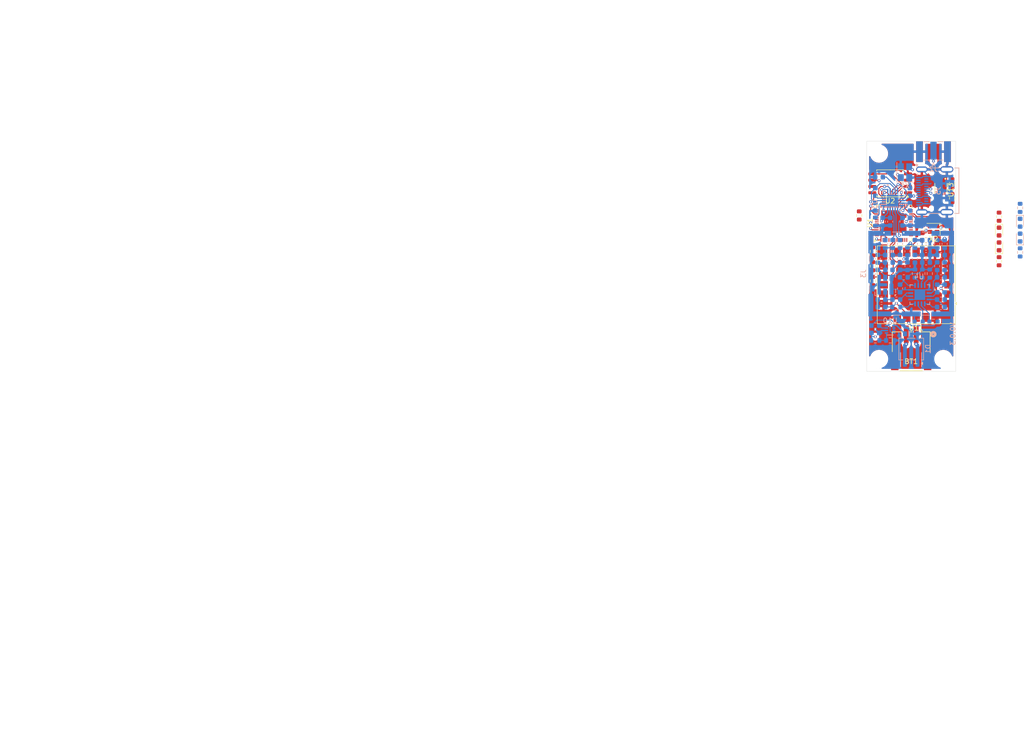
<source format=kicad_pcb>
(kicad_pcb (version 20240108) (generator "pcbnew") (generator_version "8.0")
  (title_block (title "Pointer") (date "2024-05-28") (rev "V0.0.3") (company "Mines Rocket Club") (comment 1 "Andrew Wu"))
  (layers (0 "F.Cu" signal) (1 "In1.Cu" signal) (2 "In2.Cu" signal) (31 "B.Cu" signal) (34 "B.Paste" user) (35 "F.Paste" user) (36 "B.SilkS" user "B.Silkscreen") (37 "F.SilkS" user "F.Silkscreen") (38 "B.Mask" user) (39 "F.Mask" user) (44 "Edge.Cuts" user))
  (net 0 "")
  (net 1 "VCC_{CC1190}")
  (net 2 "VCC")
  (net 3 "PA_OUT")
  (net 4 "Net-(C21-Pad1)")
  (net 5 "TR_SW")
  (net 6 "Net-(C22-Pad1)")
  (net 7 "Net-(C25-Pad2)")
  (net 8 "LNA_IN")
  (net 9 "XOSC_Q1")
  (net 10 "XOSC_Q2")
  (net 11 "Net-(C121-Pad1)")
  (net 12 "Net-(C121-Pad2)")
  (net 13 "Net-(C122-Pad1)")
  (net 14 "Net-(U13-~{EN})")
  (net 15 "Net-(C124-Pad1)")
  (net 16 "Net-(U3-DCOUPL)")
  (net 17 "VCC_LNA")
  (net 18 "LNA_OUT")
  (net 19 "RF_P")
  (net 20 "RF_N")
  (net 21 "VCC_PA2")
  (net 22 "VCC_PA1")
  (net 25 "GND")
  (net 28 "Net-(U13-~{ACK})")
  (net 29 "Net-(U1-GPIO0)")
  (net 33 "Net-(U1-GPIO46)")
  (net 34 "Net-(U1-GPIO45)")
  (net 38 "/Transmitter/RF_OUT")
  (net 39 "USB_D-")
  (net 40 "USB_D+")
  (net 41 "VCC_{CC1101}")
  (net 48 "/BT-")
  (net 49 "/BT+")
  (net 50 "V_{B}")
  (net 51 "Net-(U10-SW)")
  (net 52 "Net-(U10-FB)")
  (net 53 "Net-(U5-OUT)")
  (net 54 "Net-(U5-IN)")
  (net 55 "Net-(U4-BIAS)")
  (net 56 "Net-(U3-RBIAS)")
  (net 61 "~{CS}_{RF}")
  (net 65 "~{CS}_{FLASH}")
  (net 70 "SDO1")
  (net 71 "SCLK1")
  (net 72 "SDI1")
  (net 77 "USB_ID")
  (net 82 "SDO3")
  (net 83 "SCLK3")
  (net 84 "SDI3")
  (net 85 "XTAL_P")
  (net 86 "XTAL_N")
  (net 93 "SDA1")
  (net 94 "SCL1")
  (net 97 "Net-(D2-K)")
  (net 98 "LED1")
  (net 99 "Net-(D3-K)")
  (net 100 "LED2")
  (net 101 "LED3")
  (net 102 "Net-(D4-K)")
  (net 103 "LED4")
  (net 104 "Net-(D5-K)")
  (net 113 "PA_EN")
  (net 114 "LNA_EN")
  (net 115 "HGM")
  (footprint "Resistor_SMD:R_0603_1608Metric" (layer "F.Cu") (at 217.25 65 90)
    (property "Reference" "R1" (hide yes))
    (property "Value" "10k" (hide yes))
  )
  (footprint "Package_SO:SOIC-8_5.23x5.23mm_P1.27mm" (layer "F.Cu") (at 204.75 62 180)
    (property "Reference" "U2")
    (property "Value" "W25Q128JVS" (hide yes))
  )
  (footprint "Crystal:Crystal_SMD_2016-4Pin_2.0x1.6mm" (layer "F.Cu") (at 213.5 71.25 180)
    (property "Reference" "X2")
    (property "Value" "XRCGB40M000F1S2GR0" (hide yes))
  )
  (footprint "locals_but_working_PLEASE:TPD4S014DSQR" (layer "F.Cu") (at 215 63 -90)
    (property "Reference" "U13")
    (property "Value" "TPD4S014DSQR")
  )
  (footprint "LED_SMD:LED_0603_1608Metric" (layer "F.Cu") (at 226.75 71.75 -90)
    (property "Reference" "D2" (hide yes))
    (property "Value" "LED" (hide yes))
  )
  (footprint "Package_DFN_QFN:QFN-56-1EP_7x7mm_P0.4mm_EP4x4mm" (layer "F.Cu") (at 205.5 70 90)
    (property "Reference" "U1")
    (property "Value" "ESP32-S2FH4")
  )
  (footprint "Resistor_SMD:R_0603_1608Metric" (layer "F.Cu") (at 226.75 68.75 -90)
    (property "Reference" "R14" (hide yes))
    (property "Value" "1k" (hide yes))
  )
  (footprint "Resistor_SMD:R_0603_1608Metric" (layer "F.Cu") (at 201.25 78.75 -90)
    (property "Reference" "R10" (hide yes))
    (property "Value" "10k" (hide yes))
  )
  (footprint "Resistor_SMD:R_0603_1608Metric" (layer "F.Cu") (at 217.25 62 -90)
    (property "Reference" "R4" (hide yes))
    (property "Value" "10k" (hide yes))
  )
  (footprint "Resistor_SMD:R_0603_1608Metric" (layer "F.Cu") (at 226.75 77.75 90)
    (property "Reference" "R15" (hide yes))
    (property "Value" "1k" (hide yes))
  )
  (footprint "RF_GPS:ublox_SAM-M8Q" (layer "F.Cu") (at 210 82.5 180)
    (property "Reference" "U11")
    (property "Value" "SAM-M8Q")
  )
  (footprint "MountingHole:MountingHole_3.2mm_M3" (layer "F.Cu") (at 215.5 97.5)
    (property "Reference" "H2" (hide yes))
    (property "Value" "MountingHole" (hide yes))
  )
  (footprint "MountingHole:MountingHole_3.2mm_M3" (layer "F.Cu") (at 202.5 97.5)
    (property "Reference" "H1" (hide yes))
    (property "Value" "MountingHole" (hide yes))
  )
  (footprint "Capacitor_SMD:C_0603_1608Metric" (layer "F.Cu") (at 211.25 71.25 -90)
    (property "Reference" "C14" (hide yes))
    (property "Value" "???" (hide yes))
  )
  (footprint "locals_but_working_PLEASE:CONN2_1775469-2_TEC" (layer "F.Cu") (at 209 100 180)
    (property "Reference" "BT1")
    (property "Value" "Battery_Cell" (hide yes))
  )
  (footprint "Capacitor_SMD:C_0603_1608Metric" (layer "F.Cu") (at 215.75 71.25 -90)
    (property "Reference" "C13" (hide yes))
    (property "Value" "???" (hide yes))
  )
  (footprint "Resistor_SMD:R_0603_1608Metric" (layer "F.Cu") (at 201.25 81.75 90)
    (property "Reference" "R19" (hide yes))
    (property "Value" "10k" (hide yes))
  )
  (footprint "MountingHole:MountingHole_3.2mm_M3" (layer "F.Cu") (at 202.5 56)
    (property "Reference" "H3" (hide yes))
    (property "Value" "MountingHole" (hide yes))
  )
  (footprint "Resistor_SMD:R_0603_1608Metric" (layer "F.Cu") (at 201.25 75.75 -90)
    (property "Reference" "R13" (hide yes))
    (property "Value" "10k" (hide yes))
  )
  (footprint "Resistor_SMD:R_0603_1608Metric" (layer "F.Cu") (at 198.5 68.5 90)
    (property "Reference" "R12" (hide yes))
    (property "Value" "10k" (hide yes))
  )
  (footprint "LED_SMD:LED_0603_1608Metric" (layer "F.Cu") (at 226.75 74.75 90)
    (property "Reference" "D3" (hide yes))
    (property "Value" "LED" (hide yes))
  )
  (footprint "Resistor_SMD:R_0603_1608Metric" (layer "F.Cu") (at 212 73.5 180)
    (property "Reference" "R18" (hide yes))
    (property "Value" "10k" (hide yes))
  )
  (footprint "Capacitor_SMD:C_0603_1608Metric" (layer "B.Cu") (at 206 79.5)
    (property "Reference" "C124" (hide yes))
    (property "Value" "100p" (hide yes))
  )
  (footprint "Capacitor_SMD:C_0603_1608Metric" (layer "B.Cu") (at 215 81 180)
    (property "Reference" "C21" (hide yes))
    (property "Value" "47p" (hide yes))
  )
  (footprint "Capacitor_SMD:C_0603_1608Metric" (layer "B.Cu") (at 206.75 83.25 90)
    (property "Reference" "C132" (hide yes))
    (property "Value" "15p" (hide yes))
  )
  (footprint "Resistor_SMD:R_0603_1608Metric" (layer "B.Cu") (at 231 66.9625 -90)
    (property "Reference" "R16" (hide yes))
    (property "Value" "1k" (hide yes))
  )
  (footprint "Capacitor_SMD:C_0603_1608Metric" (layer "B.Cu") (at 203 87)
    (property "Reference" "C3" (hide yes))
    (property "Value" "220p" (hide yes))
  )
  (footprint "Resistor_SMD:R_0603_1608Metric" (layer "B.Cu") (at 212.75 80.25 -90)
    (property "Reference" "R161" (hide yes))
    (property "Value" "10" (hide yes))
  )
  (footprint "Inductor_SMD:L_0603_1608Metric" (layer "B.Cu") (at 215.75 83.25 90)
    (property "Reference" "L22" (hide yes))
    (property "Value" "7.5n" (hide yes))
  )
  (footprint "Capacitor_SMD:C_0603_1608Metric" (layer "B.Cu") (at 208.25 78.75 -90)
    (property "Reference" "C1" (hide yes))
    (property "Value" "1u" (hide yes))
  )
  (footprint "Capacitor_SMD:C_0603_1608Metric" (layer "B.Cu") (at 212 73.5 180)
    (property "Reference" "C2" (hide yes))
    (property "Value" "10u" (hide yes))
  )
  (footprint "Capacitor_SMD:C_0603_1608Metric" (layer "B.Cu") (at 212 75 180)
    (property "Reference" "C30" (hide yes))
    (property "Value" "1u" (hide yes))
  )
  (footprint "Resistor_SMD:R_0603_1608Metric" (layer "B.Cu") (at 211.25 80.25 -90)
    (property "Reference" "R151" (hide yes))
    (property "Value" "47" (hide yes))
  )
  (footprint "Capacitor_SMD:C_0603_1608Metric" (layer "B.Cu") (at 201.75 63.75 90)
    (property "Reference" "C41" (hide yes))
    (property "Value" "100n" (hide yes))
  )
  (footprint "Capacitor_SMD:C_0603_1608Metric" (layer "B.Cu") (at 203 79.5)
    (property "Reference" "C123" (hide yes))
    (property "Value" "47p" (hide yes))
  )
  (footprint "Inductor_SMD:L_0603_1608Metric" (layer "B.Cu") (at 201.75 90.75 180)
    (property "Reference" "L3" (hide yes))
    (property "Value" "0.47u" (hide yes))
  )
  (footprint "Filter:Filter_SAW-6_3.8x3.8mm" (layer "B.Cu") (at 203.75 82.5 90)
    (property "Reference" "U5" (hide yes))
    (property "Value" "B39921B3728U410")
  )
  (footprint "Connector_Coaxial:SMA_Samtec_SMA-J-P-X-ST-EM1_EdgeMount" (layer "B.Cu") (at 213.5 55.6)
    (property "Reference" "J2")
    (property "Value" "Conn_Coaxial" (hide yes))
  )
  (footprint "locals_but_working_PLEASE:CC1190RGVR" (layer "B.Cu") (at 210.75 84.5 180)
    (property "Reference" "U4")
    (property "Value" "CC1190RGVR")
  )
  (footprint "Capacitor_SMD:C_0603_1608Metric" (layer "B.Cu") (at 214.25 83.25 90)
    (property "Reference" "C24" (hide yes))
    (property "Value" "3.3p" (hide yes))
  )
  (footprint "RF_Shielding:Laird_Technologies_BMI-S-202-F_16.50x16.50mm" (layer "B.Cu") (at 209 80.25 -90)
    (property "Reference" "J3")
    (property "Value" "BMI-S-202-F")
  )
  (footprint "Capacitor_SMD:C_0603_1608Metric" (layer "B.Cu") (at 215 85.5 180)
    (property "Reference" "C22" (hide yes))
    (property "Value" "12p" (hide yes))
  )
  (footprint "Resistor_SMD:R_0603_1608Metric" (layer "B.Cu") (at 210.5 90 180)
    (property "Reference" "R71" (hide yes))
    (property "Value" "10k" (hide yes))
  )
  (footprint "Capacitor_SMD:C_0603_1608Metric" (layer "B.Cu") (at 202.5 60.75)
    (property "Reference" "C51" (hide yes))
    (property "Value" "100n" (hide yes))
  )
  (footprint "Package_TO_SOT_SMD:TO-269AA" (layer "B.Cu") (at 209 95.5 90)
    (property "Reference" "D1")
    (property "Value" "MB6S")
  )
  (footprint "Resistor_SMD:R_0603_1608Metric" (layer "B.Cu") (at 201.75 69.75 90)
    (property "Reference" "R171" (hide yes))
    (property "Value" "56k" (hide yes))
  )
  (footprint "Resistor_SMD:R_0603_1608Metric" (layer "B.Cu") (at 206 87 180)
    (property "Reference" "R81" (hide yes))
    (property "Value" "10k" (hide yes))
  )
  (footprint "Resistor_SMD:R_0603_1608Metric" (layer "B.Cu") (at 201.75 93.75)
    (property "Reference" "R2" (hide yes))
    (property "Value" "5.36k" (hide yes))
  )
  (footprint "Capacitor_SMD:C_0603_1608Metric" (layer "B.Cu") (at 209.75 77.25 90)
    (property "Reference" "C161" (hide yes))
    (property "Value" "27p" (hide yes))
  )
  (footprint "Capacitor_SMD:C_0603_1608Metric" (layer "B.Cu") (at 204.5 78)
    (property "Reference" "C122" (hide yes))
    (property "Value" "1.5p" (hide yes))
  )
  (footprint "Capacitor_SMD:C_0603_1608Metric" (layer "B.Cu") (at 208.75 69.75 90)
    (property "Reference" "C101" (hide yes))
    (property "Value" "15p" (hide yes))
  )
  (footprint "Inductor_SMD:L_0603_1608Metric" (layer "B.Cu") (at 206.75 74.25 -90)
    (property "Reference" "L121" (hide yes))
    (property "Value" "12n" (hide yes))
  )
  (footprint "Inductor_SMD:L_0603_1608Metric" (layer "B.Cu") (at 202.25 77.25 90)
    (property "Reference" "L132" (hide yes))
    (property "Value" "18n" (hide yes))
  )
  (footprint "Capacitor_SMD:C_0603_1608Metric" (layer "B.Cu") (at 203.25 69.75 90)
    (property "Reference" "C151" (hide yes))
    (property "Value" "100n" (hide yes))
  )
  (footprint "Capacitor_SMD:C_0603_1608Metric" (layer "B.Cu") (at 212 78 180)
    (property "Reference" "C27" (hide yes))
    (property "Value" "1n" (hide yes))
  )
  (footprint "locals_but_working_PLEASE:CONN_R41-B583A_MIT" (layer "B.Cu") (at 214.42 63.5 -90)
    (property "Reference" "J5")
    (property "Value" "R41-B583A")
  )
  (footprint "Crystal:Crystal_SMD_3225-4Pin_3.2x2.5mm" (layer "B.Cu") (at 207.75 59.75 90)
    (property "Reference" "X1")
    (property "Value" "STDCRG2-27M" (hide yes))
  )
  (footprint "Inductor_SMD:L_0603_1608Metric" (layer "B.Cu") (at 215.75 74.25 -90)
    (property "Reference" "L24" (hide yes))
    (property "Value" "9.1n" (hide yes))
  )
  (footprint "Capacitor_SMD:C_0603_1608Metric" (layer "B.Cu") (at 208.75 66.75 90)
    (property "Reference" "C91" (hide yes))
    (property "Value" "100n" (hide yes))
  )
  (footprint "Capacitor_SMD:C_0603_1608Metric" (layer "B.Cu") (at 215 76.5)
    (property "Reference" "C25" (hide yes))
    (property "Value" "7.5p" (hide yes))
  )
  (footprint "Capacitor_SMD:C_0603_1608Metric" (layer "B.Cu") (at 212 76.5 180)
    (property "Reference" "C26" (hide yes))
    (property "Value" "47p" (hide yes))
  )
  (footprint "Capacitor_SMD:C_0603_1608Metric" (layer "B.Cu") (at 208.75 63.75 90)
    (property "Reference" "C81" (hide yes))
    (property "Value" "12p" (hide yes))
  )
  (footprint "Inductor_SMD:L_0603_1608Metric" (layer "B.Cu") (at 206.75 77.25 -90)
    (property "Reference" "L122" (hide yes))
    (property "Value" "18n" (hide yes))
  )
  (footprint "Capacitor_SMD:C_0603_1608Metric" (layer "B.Cu") (at 215 87 180)
    (property "Reference" "C52" (hide yes))
    (property "Value" "12p" (hide yes))
  )
  (footprint "Capacitor_SMD:C_0603_1608Metric" (layer "B.Cu") (at 201.75 66.75 90)
    (property "Reference" "C181" (hide yes))
    (property "Value" "100n" (hide yes))
  )
  (footprint "Capacitor_SMD:C_0603_1608Metric" (layer "B.Cu") (at 204.5 76.5 180)
    (property "Reference" "C121" (hide yes))
    (property "Value" "1p" (hide yes))
  )
  (footprint "Resistor_SMD:R_0603_1608Metric" (layer "B.Cu") (at 209.75 80.25 -90)
    (property "Reference" "R141" (hide yes))
    (property "Value" "3.3k" (hide yes))
  )
  (footprint "Capacitor_SMD:C_0603_1608Metric" (layer "B.Cu") (at 201.75 92.25)
    (property "Reference" "C4" (hide yes))
    (property "Value" "10u" (hide yes))
  )
  (footprint "LED_SMD:LED_0603_1608Metric" (layer "B.Cu") (at 231 69.9625 -90)
    (property "Reference" "D4" (hide yes))
    (property "Value" "LED" (hide yes))
  )
  (footprint "Package_TO_SOT_SMD:SOT-583-8" (layer "B.Cu") (at 204.75 91.5 180)
    (property "Reference" "U10")
    (property "Value" "TPS61033DRLR")
  )
  (footprint "Inductor_SMD:L_0603_1608Metric" (layer "B.Cu") (at 207.5 81 180)
    (property "Reference" "L130" (hide yes))
    (property "Value" "1.5n" (hide yes))
  )
  (footprint "Capacitor_SMD:C_0603_1608Metric" (layer "B.Cu") (at 207.25 69.75 90)
    (property "Reference" "C111" (hide yes))
    (property "Value" "100n" (hide yes))
  )
  (footprint "Inductor_SMD:L_0603_1608Metric" (layer "B.Cu") (at 215.75 78.75 -90)
    (property "Reference" "L23" (hide yes))
    (property "Value" "2.9n" (hide yes))
  )
  (footprint "Capacitor_SMD:C_0603_1608Metric" (layer "B.Cu") (at 203.75 74.25 -90)
    (property "Reference" "C131" (hide yes))
    (property "Value" "1.5p" (hide yes))
  )
  (footprint "LED_SMD:LED_0603_1608Metric" (layer "B.Cu") (at 231 72.9625 90)
    (property "Reference" "D5" (hide yes))
    (property "Value" "LED" (hide yes))
  )
  (footprint "Inductor_SMD:L_0603_1608Metric" (layer "B.Cu") (at 214.25 78.75 -90)
    (property "Reference" "L21" (hide yes))
    (property "Value" "22n" (hide yes))
  )
  (footprint "Inductor_SMD:L_0603_1608Metric" (layer "B.Cu") (at 205.25 74.25 90)
    (property "Reference" "L131" (hide yes))
    (property "Value" "12n" (hide yes))
  )
  (footprint "Capacitor_SMD:C_0603_1608Metric" (layer "B.Cu") (at 204.75 69.75 90)
    (property "Reference" "C141" (hide yes))
    (property "Value" "100n" (hide yes))
  )
  (footprint "Resistor_SMD:R_0603_1608Metric" (layer "B.Cu") (at 213.5 90)
    (property "Reference" "R61" (hide yes))
    (property "Value" "10k" (hide yes))
  )
  (footprint "Resistor_SMD:R_0603_1608Metric" (layer "B.Cu") (at 204.75 93.75)
    (property "Reference" "R3" (hide yes))
    (property "Value" "1.2k" (hide yes))
  )
  (footprint "Resistor_SMD:R_0603_1608Metric" (layer "B.Cu") (at 231 75.9625 90)
    (property "Reference" "R17" (hide yes))
    (property "Value" "1k" (hide yes))
  )
  (footprint "Inductor_SMD:L_0603_1608Metric" (layer "B.Cu") (at 209.75 74.25 90)
    (property "Reference" "L2" (hide yes))
    (property "Value" "11n" (hide yes))
  )
  (footprint "Capacitor_SMD:C_0603_1608Metric" (layer "B.Cu") (at 214.25 74.25 90)
    (property "Reference" "C28" (hide yes))
    (property "Value" "???" (hide yes))
  )
  (footprint "Capacitor_SMD:C_0603_1608Metric" (layer "B.Cu") (at 203 85.5)
    (property "Reference" "C125" (hide yes))
    (property "Value" "0.8p" (hide yes))
  )
  (footprint "Inductor_SMD:L_0603_1608Metric" (layer "B.Cu") (at 206 85.5)
    (property "Reference" "L25" (hide yes))
    (property "Value" "10n" (hide yes))
  )
  (footprint "Inductor_SMD:L_0603_1608Metric" (layer "B.Cu") (at 208.25 75.75 -90)
    (property "Reference" "L1" (hide yes))
    (property "Value" "1k" (hide yes))
  )
  (footprint "locals_but_working_PLEASE:CC1101RGPR" (layer "B.Cu") (at 205.25 65.5 -90)
    (property "Reference" "U3")
    (property "Value" "CC1101RGPR")
  )
  (gr_rect (start 200 53.5) (end 218 100) (stroke (width 0.05)) (fill none) (layer "Edge.Cuts"))
  (gr_text "${REVISION}" (at 218 90 90) (layer "B.SilkS") (effects (font (size 1 1)) (justify left bottom mirror)))
  (segment (start 209.7875 73.5) (end 209.75 73.4625) (width 0.5) (layer "B.Cu") (net 1))
  (segment (start 214.25 78) (end 214.25 77.9625) (width 0.2) (layer "B.Cu") (net 1))
  (segment (start 212.75 79.425) (end 212.825 79.425) (width 0.2) (layer "B.Cu") (net 1))
  (segment (start 211.225 73.5) (end 209.7875 73.5) (width 0.5) (layer "B.Cu") (net 1))
  (segment (start 211.25 78.025) (end 211.225 78) (width 0.5) (layer "B.Cu") (net 1))
  (segment (start 211.25 79.425) (end 210.425 80.25) (width 0.2) (layer "B.Cu") (net 1))
  (segment (start 211.25 79.425) (end 212.75 79.425) (width 0.2) (layer "B.Cu") (net 1))
  (segment (start 211.25 79.425) (end 211.25 78.025) (width 0.5) (layer "B.Cu") (net 1))
  (segment (start 209.0375 80.25) (end 208.2875 81) (width 0.2) (layer "B.Cu") (net 1))
  (segment (start 212.825 79.425) (end 214.25 78) (width 0.2) (layer "B.Cu") (net 1))
  (segment (start 211.225 73.5) (end 211.225 75) (width 0.2) (layer "B.Cu") (net 1))
  (segment (start 211.225 75) (end 211.225 76.5) (width 0.5) (layer "B.Cu") (net 1))
  (segment (start 211.225 76.5) (end 211.225 78) (width 0.5) (layer "B.Cu") (net 1))
  (segment (start 211.225 76.5) (end 209.775 76.5) (width 0.2) (layer "B.Cu") (net 1))
  (segment (start 209.775 76.5) (end 209.75 76.475) (width 0.2) (layer "B.Cu") (net 1))
  (segment (start 210.425 80.25) (end 209.0375 80.25) (width 0.2) (layer "B.Cu") (net 1))
  (segment (start 201.4 65.998529) (end 201.4 64.155) (width 0.2) (layer "F.Cu") (net 2))
  (segment (start 200.799242 66.597771) (end 200.800758 66.597771) (width 0.2) (layer "F.Cu") (net 2))
  (segment (start 201.4 64.155) (end 201.15 63.905) (width 0.2) (layer "F.Cu") (net 2))
  (segment (start 202.9 73.45) (end 202.2 73.45) (width 0.2) (layer "F.Cu") (net 2))
  (segment (start 216.15 84.4) (end 215 83.25) (width 0.2) (layer "F.Cu") (net 2))
  (segment (start 204.1 73.05) (end 204.1 73.45) (width 0.2) (layer "F.Cu") (net 2))
  (segment (start 202.2 73.45) (end 202 73.25) (width 0.2) (layer "F.Cu") (net 2))
  (segment (start 203.7 73.45) (end 203.7 73.05) (width 0.2) (layer "F.Cu") (net 2))
  (segment (start 207.7 67.04636) (end 208.45364 67.8) (width 0.2) (layer "F.Cu") (net 2))
  (segment (start 202.9 72.75) (end 202.9 72.5) (width 0.2) (layer "F.Cu") (net 2))
  (segment (start 208.1 89.1) (end 208.1 89.847397) (width 0.2) (layer "F.Cu") (net 2))
  (segment (start 202.546361 71.8) (end 202.05 71.8) (width 0.2) (layer "F.Cu") (net 2))
  (segment (start 202.54636 70.6) (end 202.75 70.80364) (width 0.2) (layer "F.Cu") (net 2))
  (segment (start 202.75 70.80364) (end 202.75 71.596361) (width 0.2) (layer "F.Cu") (net 2))
  (segment (start 207.7 66.550001) (end 207.7 67.04636) (width 0.2) (layer "F.Cu") (net 2))
  (segment (start 216.6 82.5) (end 215.75 82.5) (width 0.2) (layer "F.Cu") (net 2))
  (segment (start 203.9 72.85) (end 204.1 73.05) (width 0.2) (layer "F.Cu") (net 2))
  (segment (start 208.1 89.847397) (end 208.500024 90.247421) (width 0.2) (layer "F.Cu") (net 2))
  (segment (start 202.9 72.5) (end 202.9 72.153639) (width 0.2) (layer "F.Cu") (net 2))
  (segment (start 203.65 72.6) (end 203.9 72.85) (width 0.2) (layer "F.Cu") (net 2))
  (segment (start 200.799242 66.597771) (end 200.799242 67.445602) (width 0.2) (layer "F.Cu") (net 2))
  (segment (start 203.7 73.05) (end 203.9 72.85) (width 0.2) (layer "F.Cu") (net 2))
  (segment (start 208.1 89.1) (end 208.1 88.35) (width 0.2) (layer "F.Cu") (net 2))
  (segment (start 200.799242 67.445602) (end 201.55364 68.2) (width 0.2) (layer "F.Cu") (net 2))
  (segment (start 208.45364 67.8) (end 208.949999 67.8) (width 0.2) (layer "F.Cu") (net 2))
  (segment (start 200.800758 66.597771) (end 201.4 65.998529) (width 0.2) (layer "F.Cu") (net 2))
  (segment (start 203 72.6) (end 203.65 72.6) (width 0.2) (layer "F.Cu") (net 2))
  (segment (start 216.6 84.4) (end 216.15 84.4) (width 0.2) (layer "F.Cu") (net 2))
  (segment (start 208.1 88.35) (end 206 86.25) (width 0.2) (layer "F.Cu") (net 2))
  (segment (start 202.9 72.153639) (end 202.546361 71.8) (width 0.2) (layer "F.Cu") (net 2))
  (segment (start 202.9 73.45) (end 202.9 72.75) (width 0.2) (layer "F.Cu") (net 2))
  (segment (start 215.75 82.5) (end 215 83.25) (width 0.2) (layer "F.Cu") (net 2))
  (segment (start 201.55364 68.2) (end 202.05 68.2) (width 0.2) (layer "F.Cu") (net 2))
  (segment (start 202.050001 70.6) (end 202.54636 70.6) (width 0.2) (layer "F.Cu") (net 2))
  (segment (start 202.75 71.596361) (end 202.546361 71.8) (width 0.2) (layer "F.Cu") (net 2))
  (via (at 201.75 93) (size 0.6) (drill 0.3) (layers "F.Cu" "B.Cu") (net 2))
  (via (at 200.799242 66.597771) (size 0.6) (drill 0.3) (layers "F.Cu" "B.Cu") (net 2))
  (via (at 215 83.25) (size 0.6) (drill 0.3) (layers "F.Cu" "B.Cu") (net 2))
  (via (at 206 86.25) (size 0.6) (drill 0.3) (layers "F.Cu" "B.Cu") (net 2))
  (via (at 202 73.25) (size 0.6) (drill 0.3) (layers "F.Cu" "B.Cu") (net 2))
  (via (at 208.500024 90.247421) (size 0.6) (drill 0.3) (layers "F.Cu" "B.Cu") (net 2))
  (via (at 204.75 90.25) (size 0.6) (drill 0.3) (layers "F.Cu" "B.Cu") (net 2))
  (via (at 208.825735 74.075735) (size 0.6) (drill 0.3) (layers "F.Cu" "B.Cu") (net 2))
  (segment (start 205.175 87) (end 205.25 87) (width 0.2) (layer "B.Cu") (net 2))
  (segment (start 211.125001 64.874999) (end 211.374998 64.625002) (width 0.2) (layer "B.Cu") (net 2))
  (segment (start 204.375 90.625) (end 204.75 90.25) (width 0.3) (layer "B.Cu") (net 2))
  (segment (start 204.75 91.89136) (end 204.75 91) (width 0.2) (layer "B.Cu") (net 2))
  (segment (start 212.874999 62.125001) (end 213 62) (width 0.2) (layer "B.Cu") (net 2))
  (segment (start 212.050599 64.625002) (end 212.625002 64.625002) (width 0.2) (layer "B.Cu") (net 2))
  (segment (start 210.4506 64.874999) (end 211.125001 64.874999) (width 0.2) (layer "B.Cu") (net 2))
  (segment (start 208.25 74.65147) (end 208.825735 74.075735) (width 0.5) (layer "B.Cu") (net 2))
  (segment (start 205.25 87) (end 206 86.25) (width 0.2) (layer "B.Cu") (net 2))
  (segment (start 211.374999 62.125001) (end 212.050599 62.125001) (width 0.2) (layer "B.Cu") (net 2))
  (segment (start 200.975 93.7) (end 200.925 93.75) (width 0.2) (layer "B.Cu") (net 2))
  (segment (start 208.25 74.9625) (end 208.25 74.65147) (width 0.5) (layer "B.Cu") (net 2))
  (segment (start 200.975 93) (end 200.975 93.7) (width 0.2) (layer "B.Cu") (net 2))
  (segment (start 212.050599 62.125001) (end 212.874999 62.125001) (width 0.2) (layer "B.Cu") (net 2))
  (segment (start 212.625002 64.625002) (end 213 65) (width 0.2) (layer "B.Cu") (net 2))
  (segment (start 209.75 75.0375) (end 209.75 75) (width 0.5) (layer "B.Cu") (net 2))
  (segment (start 200.975 93) (end 201.75 93) (width 0.2) (layer "B.Cu") (net 2))
  (segment (start 204.75 91.89136) (end 205.10864 92.25) (width 0.2) (layer "B.Cu") (net 2))
  (segment (start 213.55 90.775) (end 209.027603 90.775) (width 0.2) (layer "B.Cu") (net 2))
  (segment (start 210.4506 62.374998) (end 211.125002 62.374998) (width 0.2) (layer "B.Cu") (net 2))
  (segment (start 211.374998 64.625002) (end 212.050599 64.625002) (width 0.2) (layer "B.Cu") (net 2))
  (segment (start 204.25 90.75) (end 204.375 90.625) (width 0.3) (layer "B.Cu") (net 2))
  (segment (start 204.01 90.75) (end 204.25 90.75) (width 0.3) (layer "B.Cu") (net 2))
  (segment (start 204.75 91) (end 204.375 90.625) (width 0.2) (layer "B.Cu") (net 2))
  (segment (start 209.75 75) (end 208.825735 74.075735) (width 0.5) (layer "B.Cu") (net 2))
  (segment (start 211.125002 62.374998) (end 211.374999 62.125001) (width 0.2) (layer "B.Cu") (net 2))
  (segment (start 205.10864 92.25) (end 205.49 92.25) (width 0.2) (layer "B.Cu") (net 2))
  (segment (start 214.325 90) (end 213.55 90.775) (width 0.2) (layer "B.Cu") (net 2))
  (segment (start 209.027603 90.775) (end 208.500024 90.247421) (width 0.2) (layer "B.Cu") (net 2))
  (segment (start 200.975 92.25) (end 200.975 93) (width 0.2) (layer "B.Cu") (net 2))
  (segment (start 203.775 87) (end 205.175 87) (width 0.2) (layer "B.Cu") (net 2))
  (segment (start 214.25 80.975) (end 214.225 81) (width 0.2) (layer "B.Cu") (net 3))
  (segment (start 213.104999 84.175) (end 213.475 83.804999) (width 0.2) (layer "B.Cu") (net 3))
  (segment (start 213.475 83.804999) (end 213.475 81.775) (width 0.2) (layer "B.Cu") (net 3))
  (segment (start 214.225 81.025) (end 214.225 81) (width 0.2) (layer "B.Cu") (net 3))
  (segment (start 213.475 81.775) (end 214.225 81.025) (width 0.2) (layer "B.Cu") (net 3))
  (segment (start 214.25 79.5375) (end 214.25 80.975) (width 0.2) (layer "B.Cu") (net 3))
  (segment (start 212.61 84.175) (end 213.104999 84.175) (width 0.2) (layer "B.Cu") (net 3))
  (segment (start 215.75 82.4625) (end 215.75 81.025) (width 0.2) (layer "B.Cu") (net 4))
  (segment (start 214.25 82.475) (end 215.7375 82.475) (width 0.2) (layer "B.Cu") (net 4))
  (segment (start 215.75 81.025) (end 215.775 81) (width 0.2) (layer "B.Cu") (net 4))
  (segment (start 215.75 80.975) (end 215.775 81) (width 0.2) (layer "B.Cu") (net 4))
  (segment (start 215.7375 82.475) (end 215.75 82.4625) (width 0.2) (layer "B.Cu") (net 4))
  (segment (start 215.75 79.5375) (end 215.75 80.975) (width 0.2) (layer "B.Cu") (net 4))
  (segment (start 214.2 85.475) (end 214.225 85.5) (width 0.2) (layer "B.Cu") (net 5))
  (segment (start 214.225 85.5) (end 214.25 85.5) (width 0.2) (layer "B.Cu") (net 5))
  (segment (start 212.61 85.475) (end 214.2 85.475) (width 0.2) (layer "B.Cu") (net 5))
  (segment (start 215.75 87) (end 215.775 87) (width 0.2) (layer "B.Cu") (net 5))
  (segment (start 214.25 85.5) (end 215.75 87) (width 0.2) (layer "B.Cu") (net 5))
  (segment (start 215.75 84.0375) (end 215.75 85.475) (width 0.2) (layer "B.Cu") (net 6))
  (segment (start 215.75 85.475) (end 215.775 85.5) (width 0.2) (layer "B.Cu") (net 6))
  (segment (start 215.75 77.9625) (end 215.75 76.525) (width 0.2) (layer "B.Cu") (net 7))
  (segment (start 215.75 75.0375) (end 215.75 76.475) (width 0.2) (layer "B.Cu") (net 7))
  (segment (start 215.75 76.525) (end 215.775 76.5) (width 0.2) (layer "B.Cu") (net 7))
  (segment (start 215.75 76.475) (end 215.775 76.5) (width 0.2) (layer "B.Cu") (net 7))
  (segment (start 211.725 86.36) (end 212.61 86.36) (width 0.2) (layer "B.Cu") (net 8))
  (segment (start 213.25 87) (end 214.225 87) (width 0.2) (layer "B.Cu") (net 8))
  (segment (start 212.61 86.36) (end 213.25 87) (width 0.2) (layer "B.Cu") (net 8))
  (via (at 209.506188 64.567317) (size 0.6) (drill 0.3) (layers "F.Cu" "B.Cu") (net 9))
  (via (at 206.25 60.25) (size 0.6) (drill 0.3) (layers "F.Cu" "B.Cu") (net 9))
  (segment (start 208.75 64.525) (end 209.463871 64.525) (width 0.2) (layer "B.Cu") (net 9))
  (segment (start 209.463871 64.525) (end 209.506188 64.567317) (width 0.2) (layer "B.Cu") (net 9))
  (segment (start 206.9 60.85) (end 206.85 60.85) (width 0.2) (layer "B.Cu") (net 9))
  (segment (start 206.85 60.85) (end 206.25 60.25) (width 0.2) (layer "B.Cu") (net 9))
  (segment (start 207.12 65.5) (end 207.775 65.5) (width 0.2) (layer "B.Cu") (net 9))
  (segment (start 207.775 65.5) (end 208.75 64.525) (width 0.2) (layer "B.Cu") (net 9))
  (via (at 208 69.75) (size 0.6) (drill 0.3) (layers "F.Cu" "B.Cu") (net 10))
  (via (at 209.25 59.25) (size 0.6) (drill 0.3) (layers "F.Cu" "B.Cu") (net 10))
  (segment (start 208.6 58.65) (end 208.65 58.65) (width 0.2) (layer "B.Cu") (net 10))
  (segment (start 206.70589 67.252251) (end 207.12 66.838141) (width 0.2) (layer "B.Cu") (net 10))
  (segment (start 206.70589 67.865204) (end 206.70589 67.252251) (width 0.2) (layer "B.Cu") (net 10))
  (segment (start 208.75 69) (end 208 69.75) (width 0.2) (layer "B.Cu") (net 10))
  (segment (start 208.75 68.975) (end 208.75 69) (width 0.2) (layer "B.Cu") (net 10))
  (segment (start 208.65 58.65) (end 209.25 59.25) (width 0.2) (layer "B.Cu") (net 10))
  (segment (start 208.75 68.975) (end 208 68.225) (width 0.2) (layer "B.Cu") (net 10))
  (segment (start 208 68.225) (end 207.065686 68.225) (width 0.2) (layer "B.Cu") (net 10))
  (segment (start 207.065686 68.225) (end 206.70589 67.865204) (width 0.2) (layer "B.Cu") (net 10))
  (segment (start 207.12 66.838141) (end 207.12 66.5) (width 0.2) (layer "B.Cu") (net 10))
  (segment (start 205.275 76.5) (end 206.7125 76.5) (width 0.2) (layer "B.Cu") (net 11))
  (segment (start 206.75 75.0375) (end 206.75 76.4625) (width 0.2) (layer "B.Cu") (net 11))
  (segment (start 205.275 76.5) (end 205.275 78) (width 0.2) (layer "B.Cu") (net 11))
  (segment (start 206.7125 76.5) (end 206.75 76.4625) (width 0.2) (layer "B.Cu") (net 11))
  (segment (start 205.25 75.0375) (end 203.7625 75.0375) (width 0.2) (layer "B.Cu") (net 12))
  (segment (start 203.7625 75.0375) (end 203.75 75.025) (width 0.2) (layer "B.Cu") (net 12))
  (segment (start 202.2875 76.5) (end 202.25 76.4625) (width 0.2) (layer "B.Cu") (net 12))
  (segment (start 203.725 76.5) (end 202.2875 76.5) (width 0.2) (layer "B.Cu") (net 12))
  (segment (start 203.75 76.475) (end 203.725 76.5) (width 0.2) (layer "B.Cu") (net 12))
  (segment (start 203.75 75.025) (end 203.75 76.475) (width 0.2) (layer "B.Cu") (net 12))
  (segment (start 203.75 78.75) (end 203.75 79.5) (width 0.2) (layer "B.Cu") (net 13))
  (segment (start 202.2875 78) (end 202.25 78.0375) (width 0.2) (layer "B.Cu") (net 13))
  (segment (start 203.725 78) (end 202.2875 78) (width 0.2) (layer "B.Cu") (net 13))
  (segment (start 203.75 78.025) (end 203.725 78) (width 0.2) (layer "B.Cu") (net 13))
  (segment (start 203.75 78.75) (end 203.75 78.025) (width 0.2) (layer "B.Cu") (net 13))
  (segment (start 203.775 79.5) (end 203.75 79.5) (width 0.2) (layer "B.Cu") (net 13))
  (segment (start 205.25 79.5) (end 206.7125 78.0375) (width 0.2) (layer "B.Cu") (net 15))
  (segment (start 206.7125 78.0375) (end 206.75 78.0375) (width 0.2) (layer "B.Cu") (net 15))
  (segment (start 205.225 79.5) (end 205.25 79.5) (width 0.2) (layer "B.Cu") (net 15))
  (segment (start 203.991812 60.75) (end 203.275 60.75) (width 0.2) (layer "B.Cu") (net 16))
  (segment (start 206.25 63.63) (end 206.25 63.008188) (width 0.2) (layer "B.Cu") (net 16))
  (segment (start 206.25 63.008188) (end 203.991812 60.75) (width 0.2) (layer "B.Cu") (net 16))
  (segment (start 208.39 82.64) (end 207.5 81.75) (width 0.2) (layer "B.Cu") (net 17))
  (segment (start 206.75 81) (end 206.7125 81) (width 0.2) (layer "B.Cu") (net 17))
  (segment (start 209.775 82.64) (end 208.39 82.64) (width 0.2) (layer "B.Cu") (net 17))
  (segment (start 206.75 82.475) (end 206.775 82.475) (width 0.2) (layer "B.Cu") (net 17))
  (segment (start 206.775 82.475) (end 207.5 81.75) (width 0.2) (layer "B.Cu") (net 17))
  (segment (start 207.5 81.75) (end 206.75 81) (width 0.2) (layer "B.Cu") (net 17))
  (segment (start 208.075 84.825) (end 207.75 84.5) (width 0.2) (layer "B.Cu") (net 18))
  (segment (start 206.7875 85.4625) (end 206.7875 85.5) (width 0.2) (layer "B.Cu") (net 18))
  (segment (start 208.89 84.825) (end 208.075 84.825) (width 0.2) (layer "B.Cu") (net 18))
  (segment (start 208.075 84.175) (end 207.75 84.5) (width 0.2) (layer "B.Cu") (net 18))
  (segment (start 208.89 84.175) (end 208.075 84.175) (width 0.2) (layer "B.Cu") (net 18))
  (segment (start 207.75 84.5) (end 206.7875 85.4625) (width 0.2) (layer "B.Cu") (net 18))
  (segment (start 205.925 72.675) (end 206.7125 73.4625) (width 0.2) (layer "B.Cu") (net 19))
  (segment (start 206.7125 73.4625) (end 206.75 73.4625) (width 0.2) (layer "B.Cu") (net 19))
  (segment (start 205.75 67.37) (end 205.75 68.040686) (width 0.2) (layer "B.Cu") (net 19))
  (segment (start 205.75 68.040686) (end 205.925 68.215686) (width 0.2) (layer "B.Cu") (net 19))
  (segment (start 205.925 68.215686) (end 205.925 72.675) (width 0.2) (layer "B.Cu") (net 19))
  (segment (start 205.25 67.37) (end 205.25 68.251304) (width 0.2) (layer "B.Cu") (net 20))
  (segment (start 205.525 72.725) (end 205.25 73) (width 0.2) (layer "B.Cu") (net 20))
  (segment (start 205.525 68.526304) (end 205.525 72.725) (width 0.2) (layer "B.Cu") (net 20))
  (segment (start 205.2875 73.4625) (end 205.5 73.25) (width 0.2) (layer "B.Cu") (net 20))
  (segment (start 205.25 73) (end 205.25 73.4625) (width 0.2) (layer "B.Cu") (net 20))
  (segment (start 205.25 68.251304) (end 205.525 68.526304) (width 0.2) (layer "B.Cu") (net 20))
  (segment (start 211.25 81.75) (end 211.25 81.075) (width 0.2) (layer "B.Cu") (net 21))
  (segment (start 211.075 81.925) (end 211.25 81.75) (width 0.2) (layer "B.Cu") (net 21))
  (segment (start 211.075 82.64) (end 211.075 81.925) (width 0.2) (layer "B.Cu") (net 21))
  (segment (start 211.725 82.64) (end 211.725 82.1) (width 0.2) (layer "B.Cu") (net 22))
  (segment (start 211.725 82.1) (end 212.75 81.075) (width 0.2) (layer "B.Cu") (net 22))
  (segment (start 215.025 72.025) (end 215.75 72.025) (width 0.2) (layer "F.Cu") (net 25))
  (segment (start 211.975 70.475) (end 212 70.5) (width 0.2) (layer "F.Cu") (net 25))
  (segment (start 214.2 71.8) (end 214.8 71.8) (width 0.2) (layer "F.Cu") (net 25))
  (segment (start 214.8 71.8) (end 215.025 72.025) (width 0.2) (layer "F.Cu") (net 25))
  (segment (start 211.25 70.475) (end 211.975 70.475) (width 0.2) (layer "F.Cu") (net 25))
  (segment (start 212.8 70.7) (end 212.2 70.7) (width 0.2) (layer "F.Cu") (net 25))
  (segment (start 212.2 70.7) (end 212 70.5) (width 0.2) (layer "F.Cu") (net 25))
  (via (at 207.5 72) (size 0.6) (drill 0.3) (layers "F.Cu" "B.Cu") (net 25))
  (via (at 203.466769 67.909701) (size 0.6) (drill 0.3) (layers "F.Cu" "B.Cu") (net 25))
  (via (at 201.75 91.5) (size 0.6) (drill 0.3) (layers "F.Cu" "B.Cu") (net 25))
  (via (at 203.5 72) (size 0.6) (drill 0.3) (layers "F.Cu" "B.Cu") (net 25))
  (segment (start 204.75 65) (end 205.25 65.5) (width 0.2) (layer "B.Cu") (net 25))
  (segment (start 208.75 62.975) (end 208.75 63) (width 0.2) (layer "B.Cu") (net 25))
  (segment (start 212.775 75) (end 212.775 76.5) (width 0.5) (layer "B.Cu") (net 25))
  (segment (start 210.4506 67.12) (end 211.1506 67.82) (width 0.2) (layer "B.Cu") (net 25))
  (segment (start 209 88.4) (end 209.4 88.4) (width 0.2) (layer "B.Cu") (net 25))
  (segment (start 209.75 79.425) (end 208.35 79.425) (width 0.5) (layer "B.Cu") (net 25))
  (segment (start 203.75 73.475) (end 203.75 72.25) (width 0.2) (layer "B.Cu") (net 25))
  (segment (start 212.050599 60.079999) (end 211.1506 59.18) (width 0.2) (layer "B.Cu") (net 25))
  (segment (start 208.89 83.525) (end 207.25 83.525) (width 0.2) (layer "B.Cu") (net 25))
  (segment (start 208.35 79.425) (end 208.25 79.525) (width 0.5) (layer "B.Cu") (net 25))
  (segment (start 203.6 72.1) (end 203.75 72.25) (width 0.2) (layer "B.Cu") (net 25))
  (segment (start 210.4506 66.374998) (end 210.4506 67.12) (width 0.2) (layer "B.Cu") (net 25))
  (segment (start 212.050599 60.625002) (end 213 60.625002) (width 0.2) (layer "B.Cu") (net 25))
  (segment (start 211.125001 60.874999) (end 211.374998 60.625002) (width 0.2) (layer "B.Cu") (net 25))
  (segment (start 207.25 83.525) (end 206.75 84.025) (width 0.2) (layer "B.Cu") (net 25))
  (segment (start 203.38 66.5) (end 203.38 67.822932) (width 0.2) (layer "B.Cu") (net 25))
  (segment (start 205.15 81.1) (end 206.75 79.5) (width 0.5) (layer "B.Cu") (net 25))
  (segment (start 212.61 83.525) (end 211.725 83.525) (width 0.2) (layer "B.Cu") (net 25))
  (segment (start 202.225 65) (end 201.75 64.525) (width 0.2) (layer "B.Cu") (net 25))
  (segment (start 203.125 72.1) (end 203.5 72) (width 0.2) (layer "B.Cu") (net 25))
  (segment (start 212.775 73.5) (end 212.775 75) (width 0.5) (layer "B.Cu") (net 25))
  (segment (start 210.4506 60.874999) (end 211.125001 60.874999) (width 0.2) (layer "B.Cu") (net 25))
  (segment (start 202.525 92.25) (end 202.5 92.25) (width 0.3) (layer "B.Cu") (net 25))
  (segment (start 203.38 67.822932) (end 203.466769 67.909701) (width 0.2) (layer "B.Cu") (net 25))
  (segment (start 209.4 88.4) (end 209.675 88.675) (width 0.2) (layer "B.Cu") (net 25))
  (segment (start 208.225 79.5) (end 208.25 79.525) (width 0.5) (layer "B.Cu") (net 25))
  (segment (start 208.89 83.525) (end 209.775 83.525) (width 0.2) (layer "B.Cu") (net 25))
  (segment (start 205.02 81.1) (end 205.15 81.1) (width 0.5) (layer "B.Cu") (net 25))
  (segment (start 208.75 61) (end 208.6 60.85) (width 0.2) (layer "B.Cu") (net 25))
  (segment (start 206.75 79.5) (end 206.775 79.5) (width 0.5) (layer "B.Cu") (net 25))
  (segment (start 212.775 76.5) (end 212.775 78) (width 0.5) (layer "B.Cu") (net 25))
  (segment (start 207.25 70.525) (end 208.75 70.525) (width 0.5) (layer "B.Cu") (net 25))
  (segment (start 202.48 81.1) (end 202.48 83.9) (width 0.5) (layer "B.Cu") (net 25))
  (segment (start 203.38 65) (end 204.75 65) (width 0.2) (layer "B.Cu") (net 25))
  (segment (start 211.374998 60.625002) (end 212.050599 60.625002) (width 0.2) (layer "B.Cu") (net 25))
  (segment (start 203.025 91.75) (end 202.525 92.25) (width 0.3) (layer "B.Cu") (net 25))
  (segment (start 203.38 66.5) (end 204.25 66.5) (width 0.2) (layer "B.Cu") (net 25))
  (segment (start 211.374999 66.125001) (end 212.050599 66.125001) (width 0.2) (layer "B.Cu") (net 25))
  (segment (start 206.125 83.4) (end 206.75 84.025) (width 0.2) (layer "B.Cu") (net 25))
  (segment (start 209.775 83.525) (end 210.75 84.5) (width 0.2) (layer "B.Cu") (net 25))
  (segment (start 212.775 76.5) (end 214.225 76.5) (width 0.5) (layer "B.Cu") (net 25))
  (segment (start 212.61 84.825) (end 211.075 84.825) (width 0.2) (layer "B.Cu") (net 25))
  (segment (start 204.01 91.75) (end 203.025 91.75) (width 0.3) (layer "B.Cu") (net 25))
  (segment (start 208.6 60.6) (end 208.6 60.85) (width 0.2) (layer "B.Cu") (net 25))
  (segment (start 212.775 75) (end 214.225 75) (width 0.5) (layer "B.Cu") (net 25))
  (segment (start 206.9 58.9) (end 208.6 60.6) (width 0.2) (layer "B.Cu") (net 25))
  (segment (start 203.25 70.525) (end 201.8 70.525) (width 0.5) (layer "B.Cu") (net 25))
  (segment (start 209.675 88.675) (end 209.675 90) (width 0.2) (layer "B.Cu") (net 25))
  (segment (start 202.225 87) (end 202.225 85.5) (width 0.2) (layer "B.Cu") (net 25))
  (segment (start 203.25 70.525) (end 204.75 70.525) (width 0.5) (layer "B.Cu") (net 25))
  (segment (start 211.075 84.825) (end 210.75 84.5) (width 0.2) (layer "B.Cu") (net 25))
  (segment (start 212.050599 66.125001) (end 213 66.125001) (width 0.2) (layer "B.Cu") (net 25))
  (segment (start 213.45 84.825) (end 214.25 84.025) (width 0.2) (layer "B.Cu") (net 25))
  (segment (start 208.75 62.975) (end 208.75 61) (width 0.2) (layer "B.Cu") (net 25))
  (segment (start 205.02 83.4) (end 205.02 81.1) (width 0.5) (layer "B.Cu") (net 25))
  (segment (start 203.5 72) (end 203.6 72.1) (width 0.2) (layer "B.Cu") (net 25))
  (segment (start 212.050599 60.625002) (end 212.050599 60.079999) (width 0.2) (layer "B.Cu") (net 25))
  (segment (start 201.8 70.525) (end 201.75 70.575) (width 0.5) (layer "B.Cu") (net 25))
  (segment (start 204.25 66.5) (end 205.25 65.5) (width 0.2) (layer "B.Cu") (net 25))
  (segment (start 203.38 65) (end 202.225 65) (width 0.2) (layer "B.Cu") (net 25))
  (segment (start 214.225 75) (end 214.25 75.025) (width 0.5) (layer "B.Cu") (net 25))
  (segment (start 209.75 78.025) (end 209.75 79.425) (width 0.5) (layer "B.Cu") (net 25))
  (segment (start 209.775 85.475) (end 210.75 84.5) (width 0.2) (layer "B.Cu") (net 25))
  (segment (start 206.9 58.65) (end 206.9 58.9) (width 0.2) (layer "B.Cu") (net 25))
  (segment (start 202.5 92.25) (end 201.75 91.5) (width 0.3) (layer "B.Cu") (net 25))
  (segment (start 206.775 79.5) (end 208.225 79.5) (width 0.5) (layer "B.Cu") (net 25))
  (segment (start 212.61 84.825) (end 213.45 84.825) (width 0.2) (layer "B.Cu") (net 25))
  (segment (start 214.25 76.475) (end 214.225 76.5) (width 0.5) (layer "B.Cu") (net 25))
  (segment (start 210.4506 66.374998) (end 211.125002 66.374998) (width 0.2) (layer "B.Cu") (net 25))
  (segment (start 211.725 83.525) (end 210.75 84.5) (width 0.2) (layer "B.Cu") (net 25))
  (segment (start 205.02 83.4) (end 206.125 83.4) (width 0.2) (layer "B.Cu") (net 25))
  (segment (start 211.125002 66.374998) (end 211.374999 66.125001) (width 0.2) (layer "B.Cu") (net 25))
  (segment (start 208.89 85.475) (end 209.775 85.475) (width 0.2) (layer "B.Cu") (net 25))
  (segment (start 214.25 75.025) (end 214.25 76.475) (width 0.5) (layer "B.Cu") (net 25))
  (segment (start 201.25 72.50364) (end 201.25 74.925) (width 0.2) (layer "F.Cu") (net 33))
  (segment (start 201.55364 72.2) (end 201.25 72.50364) (width 0.2) (layer "F.Cu") (net 33))
  (segment (start 202.050001 72.2) (end 201.55364 72.2) (width 0.2) (layer "F.Cu") (net 33))
  (via (at 213.5 57.5) (size 0.6) (drill 0.3) (layers "F.Cu" "B.Cu") (net 38))
  (via (at 215.75 73.100002) (size 0.6) (drill 0.3) (layers "F.Cu" "B.Cu") (net 38))
  (segment (start 213.5 57.5) (end 213.5 55.4) (width 0.2) (layer "B.Cu") (net 38))
  (segment (start 215.75 73.4625) (end 214.2625 73.4625) (width 0.2) (layer "B.Cu") (net 38))
  (segment (start 215.75 73.4625) (end 215.75 73.100002) (width 0.2) (layer "B.Cu") (net 38))
  (segment (start 214.2625 73.4625) (end 214.25 73.475) (width 0.2) (layer "B.Cu") (net 38))
  (segment (start 213.009839 69.12) (end 213.81492 68.314919) (width 0.2) (layer "F.Cu") (net 39))
  (segment (start 208.95 68.6) (end 209.44636 68.6) (width 0.2) (layer "F.Cu") (net 39))
  (segment (start 209.44636 68.6) (end 209.75 68.90364) (width 0.2) (layer "F.Cu") (net 39))
  (segment (start 211.5 69.12) (end 212.239078 69.12) (width 0.2) (layer "F.Cu") (net 39))
  (segment (start 212.239078 69.12) (end 213.009839 69.12) (width 0.2) (layer "F.Cu") (net 39))
  (segment (start 213.81492 68.314919) (end 214.345 67.784838) (width 0.2) (layer "F.Cu") (net 39))
  (segment (start 214.345 67.784838) (end 214.345 67) (width 0.2) (layer "F.Cu") (net 39))
  (segment (start 209.966361 69.12) (end 211.5 69.12) (width 0.2) (layer "F.Cu") (net 39))
  (segment (start 209.75 68.90364) (end 209.966361 69.12) (width 0.2) (layer "F.Cu") (net 39))
  (via (at 212.947351 63.149058) (size 0.6) (drill 0.3) (layers "F.Cu" "B.Cu") (net 39))
  (segment (start 212.050599 63.125002) (end 212.923295 63.125002) (width 0.2) (layer "B.Cu") (net 39))
  (segment (start 212.923295 63.125002) (end 212.947351 63.149058) (width 0.2) (layer "B.Cu") (net 39))
  (segment (start 211.5 68.72) (end 212.073392 68.72) (width 0.2) (layer "F.Cu") (net 40))
  (segment (start 212.844153 68.72) (end 213.782077 67.782076) (width 0.2) (layer "F.Cu") (net 40))
  (segment (start 209.612046 68.2) (end 209.706023 68.293977) (width 0.2) (layer "F.Cu") (net 40))
  (segment (start 210.132046 68.72) (end 211.5 68.72) (width 0.2) (layer "F.Cu") (net 40))
  (segment (start 208.95 68.2) (end 209.612046 68.2) (width 0.2) (layer "F.Cu") (net 40))
  (segment (start 213.945 67.619153) (end 213.945 67) (width 0.2) (layer "F.Cu") (net 40))
  (segment (start 209.706023 68.293977) (end 210.132046 68.72) (width 0.2) (layer "F.Cu") (net 40))
  (segment (start 213.782077 67.782076) (end 213.945 67.619153) (width 0.2) (layer "F.Cu") (net 40))
  (segment (start 212.073392 68.72) (end 212.844153 68.72) (width 0.2) (layer "F.Cu") (net 40))
  (via (at 212.957001 64) (size 0.6) (drill 0.3) (layers "F.Cu" "B.Cu") (net 40))
  (segment (start 211.375001 66.125001) (end 212.050599 66.125001) (width 0.2) (layer "B.Cu") (net 40))
  (segment (start 210.4506 65.874999) (end 211.124999 65.874999) (width 0.2) (layer "B.Cu") (net 40))
  (segment (start 211.124999 65.874999) (end 211.375001 66.125001) (width 0.2) (layer "B.Cu") (net 40))
  (segment (start 212.582002 63.625001) (end 212.957001 64) (width 0.2) (layer "B.Cu") (net 40))
  (segment (start 212.050599 63.625001) (end 212.582002 63.625001) (width 0.2) (layer "B.Cu") (net 40))
  (via (at 200.8 65.75) (size 0.6) (drill 0.3) (layers "F.Cu" "B.Cu") (net 41))
  (via (at 207.509109 77.299277) (size 0.6) (drill 0.3) (layers "F.Cu" "B.Cu") (net 41))
  (via (at 206.597383 72.500002) (size 0.6) (drill 0.3) (layers "F.Cu" "B.Cu") (net 41))
  (via (at 202.989058 69.575) (size 0.6) (drill 0.3) (layers "F.Cu" "B.Cu") (net 41))
  (via (at 207.30589 67.50078) (size 0.6) (drill 0.3) (layers "F.Cu" "B.Cu") (net 41))
  (segment (start 203.25 68.975) (end 203.25 69.314058) (width 0.2) (layer "B.Cu") (net 41))
  (segment (start 207.25 68.975) (end 206.475 69.75) (width 0.2) (layer "B.Cu") (net 41))
  (segment (start 200.8 65.75) (end 201.1625 65.3875) (width 0.2) (layer "B.Cu") (net 41))
  (segment (start 206.25 67.975) (end 207.25 68.975) (width 0.2) (layer "B.Cu") (net 41))
  (segment (start 204.75 68.975) (end 203.25 68.975) (width 0.2) (layer "B.Cu") (net 41))
  (segment (start 205.75 63.073874) (end 205.75 63.63) (width 0.2) (layer "B.Cu") (net 41))
  (segment (start 201.75 63) (end 200.975 63.775) (width 0.2) (layer "B.Cu") (net 41))
  (segment (start 207.12 66) (end 208.725 66) (width 0.2) (layer "B.Cu") (net 41))
  (segment (start 206.475 69.75) (end 206.475 72.377619) (width 0.2) (layer "B.Cu") (net 41))
  (segment (start 204.726126 62.05) (end 202.675 62.05) (width 0.2) (layer "B.Cu") (net 41))
  (segment (start 208.75 66.05667) (end 207.30589 67.50078) (width 0.2) (layer "B.Cu") (net 41))
  (segment (start 208.25 77.25) (end 207.558386 77.25) (width 0.5) (layer "B.Cu") (net 41))
  (segment (start 200.975 63.775) (end 200.975 65.2) (width 0.2) (layer "B.Cu") (net 41))
  (segment (start 208.25 76.5375) (end 208.25 77.25) (width 0.5) (layer "B.Cu") (net 41))
  (segment (start 208.25 77.25) (end 208.25 77.975) (width 0.5) (layer "B.Cu") (net 41))
  (segment (start 201.1625 65.3875) (end 201.75 65.975) (width 0.2) (layer "B.Cu") (net 41))
  (segment (start 201.75 62.975) (end 201.75 63) (width 0.2) (layer "B.Cu") (net 41))
  (segment (start 206.25 67.37) (end 206.25 67.975) (width 0.2) (layer "B.Cu") (net 41))
  (segment (start 204.726126 62.05) (end 205.75 63.073874) (width 0.2) (layer "B.Cu") (net 41))
  (segment (start 203.25 69.314058) (end 202.989058 69.575) (width 0.2) (layer "B.Cu") (net 41))
  (segment (start 208.75 65.975) (end 208.75 66.05667) (width 0.2) (layer "B.Cu") (net 41))
  (segment (start 202.675 62.05) (end 201.75 62.975) (width 0.2) (layer "B.Cu") (net 41))
  (segment (start 204.75 67.37) (end 204.75 68.975) (width 0.2) (layer "B.Cu") (net 41))
  (segment (start 204.25 67.975) (end 203.25 68.975) (width 0.2) (layer "B.Cu") (net 41))
  (segment (start 200.975 65.2) (end 201.1625 65.3875) (width 0.2) (layer "B.Cu") (net 41))
  (segment (start 207.558386 77.25) (end 207.509109 77.299277) (width 0.5) (layer "B.Cu") (net 41))
  (segment (start 203.38 65.5) (end 202.225 65.5) (width 0.2) (layer "B.Cu") (net 41))
  (segment (start 204.25 67.37) (end 204.25 67.975) (width 0.2) (layer "B.Cu") (net 41))
  (segment (start 208.725 66) (end 208.75 65.975) (width 0.2) (layer "B.Cu") (net 41))
  (segment (start 202.225 65.5) (end 201.75 65.975) (width 0.2) (layer "B.Cu") (net 41))
  (segment (start 206.475 72.377619) (end 206.597383 72.500002) (width 0.2) (layer "B.Cu") (net 41))
  (segment (start 210.000001 94.499999) (end 210 94.5) (width 0.75) (layer "F.Cu") (net 48))
  (segment (start 210.000001 92.5) (end 210.000001 94.499999) (width 0.75) (layer "F.Cu") (net 48))
  (via (at 210 94.5) (size 0.6) (drill 0.3) (layers "F.Cu" "B.Cu") (net 48))
  (segment (start 210.27 98.575) (end 210.27 94.77) (width 0.75) (layer "B.Cu") (net 48))
  (segment (start 210.27 94.77) (end 210 94.5) (width 0.75) (layer "B.Cu") (net 48))
  (segment (start 208 92.5) (end 208 94.5) (width 0.75) (layer "F.Cu") (net 49))
  (via (at 208 94.5) (size 0.6) (drill 0.3) (layers "F.Cu" "B.Cu") (net 49))
  (segment (start 207.73 94.77) (end 208 94.5) (width 0.75) (layer "B.Cu") (net 49))
  (segment (start 207.73 98.575) (end 207.73 94.77) (width 0.75) (layer "B.Cu") (net 49))
  (segment (start 204.998529 89.65) (end 205.49 90.141471) (width 0.2) (layer "B.Cu") (net 50))
  (segment (start 206.055 90.75) (end 207.73 92.425) (width 0.3) (layer "B.Cu") (net 50))
  (segment (start 200.9625 90.75) (end 202.0625 89.65) (width 0.2) (layer "B.Cu") (net 50))
  (segment (start 202.0625 89.65) (end 204.998529 89.65) (width 0.2) (layer "B.Cu") (net 50))
  (segment (start 205.49 90.75) (end 205.49 91.25) (width 0.2) (layer "B.Cu") (net 50))
  (segment (start 205.49 90.75) (end 206.055 90.75) (width 0.3) (layer "B.Cu") (net 50))
  (segment (start 205.49 91.25) (end 205.49 91.75) (width 0.2) (layer "B.Cu") (net 50))
  (segment (start 205.49 90.141471) (end 205.49 90.75) (width 0.2) (layer "B.Cu") (net 50))
  (segment (start 203.0375 91.25) (end 204.01 91.25) (width 0.2) (layer "B.Cu") (net 51))
  (segment (start 202.5375 90.75) (end 203.0375 91.25) (width 0.2) (layer "B.Cu") (net 51))
  (segment (start 203.925 93.75) (end 202.575 93.75) (width 0.2) (layer "B.Cu") (net 52))
  (segment (start 204.01 93.665) (end 203.925 93.75) (width 0.2) (layer "B.Cu") (net 52))
  (segment (start 204.01 92.25) (end 204.01 93.665) (width 0.2) (layer "B.Cu") (net 52))
  (segment (start 203.75 81.1) (end 203.75 80.75) (width 0.2) (layer "B.Cu") (net 53))
  (segment (start 202.5 79.5) (end 202.225 79.5) (width 0.2) (layer "B.Cu") (net 53))
  (segment (start 203.75 80.75) (end 202.5 79.5) (width 0.2) (layer "B.Cu") (net 53))
  (segment (start 203.775 85.5) (end 203.775 83.925) (width 0.2) (layer "B.Cu") (net 54))
  (segment (start 203.775 83.925) (end 203.75 83.9) (width 0.2) (layer "B.Cu") (net 54))
  (segment (start 203.775 85.5) (end 205.2125 85.5) (width 0.2) (layer "B.Cu") (net 54))
  (segment (start 210.425 82.64) (end 210.425 81.75) (width 0.2) (layer "B.Cu") (net 55))
  (segment (start 210.425 81.75) (end 209.75 81.075) (width 0.2) (layer "B.Cu") (net 55))
  (segment (start 202.823874 66) (end 203.38 66) (width 0.2) (layer "B.Cu") (net 56))
  (segment (start 202.525 68.225) (end 202.525 66.298874) (width 0.2) (layer "B.Cu") (net 56))
  (segment (start 201.825 68.925) (end 202.525 68.225) (width 0.2) (layer "B.Cu") (net 56))
  (segment (start 201.75 68.925) (end 201.825 68.925) (width 0.2) (layer "B.Cu") (net 56))
  (segment (start 202.525 66.298874) (end 202.823874 66) (width 0.2) (layer "B.Cu") (net 56))
  (segment (start 204.5 66.55) (end 204.5 66.053641) (width 0.2) (layer "F.Cu") (net 61))
  (segment (start 204.9 63.725314) (end 206.357828 62.267486) (width 0.2) (layer "F.Cu") (net 61))
  (segment (start 204.9 65.653641) (end 204.9 63.725314) (width 0.2) (layer "F.Cu") (net 61))
  (segment (start 204.5 66.053641) (end 204.9 65.653641) (width 0.2) (layer "F.Cu") (net 61))
  (via (at 206.357828 62.267486) (size 0.6) (drill 0.3) (layers "F.Cu" "B.Cu") (net 61))
  (segment (start 207.676126 65) (end 207.12 65) (width 0.2) (layer "B.Cu") (net 61))
  (segment (start 207.94 63.457486) (end 207.94 64.736126) (width 0.2) (layer "B.Cu") (net 61))
  (segment (start 207.94 64.736126) (end 207.676126 65) (width 0.2) (layer "B.Cu") (net 61))
  (segment (start 206.75 62.267486) (end 207.94 63.457486) (width 0.2) (layer "B.Cu") (net 61))
  (segment (start 206.357828 62.267486) (end 206.75 62.267486) (width 0.2) (layer "B.Cu") (net 61))
  (segment (start 207.845 63.905) (end 207.75 64) (width 0.2) (layer "F.Cu") (net 65))
  (segment (start 206.5 66.05364) (end 208.35 64.20364) (width 0.2) (layer "F.Cu") (net 65))
  (segment (start 208.35 64.20364) (end 208.35 63.905) (width 0.2) (layer "F.Cu") (net 65))
  (segment (start 206.5 66.55) (end 206.5 66.05364) (width 0.2) (layer "F.Cu") (net 65))
  (segment (start 208.35 62.635) (end 207.404529 62.635) (width 0.2) (layer "F.Cu") (net 70))
  (segment (start 205.7 64.339529) (end 205.7 66.55) (width 0.2) (layer "F.Cu") (net 70))
  (segment (start 207.404529 62.635) (end 205.7 64.339529) (width 0.2) (layer "F.Cu") (net 70))
  (segment (start 207.018057 64.969897) (end 206.1 65.887954) (width 0.2) (layer "F.Cu") (net 71))
  (segment (start 207.018057 63.870001) (end 207.018057 64.969897) (width 0.2) (layer "F.Cu") (net 71))
  (segment (start 201.15 61.365) (end 202.387283 61.365) (width 0.2) (layer "F.Cu") (net 71))
  (segment (start 206.1 66.550001) (end 206.1 65.887954) (width 0.2) (layer "F.Cu") (net 71))
  (segment (start 202.387283 61.365) (end 202.49943 61.477147) (width 0.2) (layer "F.Cu") (net 71))
  (via (at 207.018057 63.870001) (size 0.6) (drill 0.3) (layers "F.Cu" "B.Cu") (net 71))
  (via (at 202.49943 61.477147) (size 0.6) (drill 0.3) (layers "F.Cu" "B.Cu") (net 71))
  (segment (start 206.957828 62.018957) (end 205.033871 60.095) (width 0.2) (layer "F.Cu") (net 72))
  (segment (start 205.3 64.173843) (end 206.957828 62.516015) (width 0.2) (layer "F.Cu") (net 72))
  (segment (start 205.3 66.55) (end 205.3 64.173843) (width 0.2) (layer "F.Cu") (net 72))
  (segment (start 205.033871 60.095) (end 201.15 60.095) (width 0.2) (layer "F.Cu") (net 72))
  (segment (start 206.957828 62.516015) (end 206.957828 62.018957) (width 0.2) (layer "F.Cu") (net 72))
  (segment (start 202.454313 64.118528) (end 202.454313 63.055784) (width 0.2) (layer "F.Cu") (net 82))
  (segment (start 203.3 64.964215) (end 202.454313 64.118528) (width 0.2) (layer "F.Cu") (net 82))
  (segment (start 203.3 66.550001) (end 203.3 64.964215) (width 0.2) (layer "F.Cu") (net 82))
  (segment (start 202.860097 62.65) (end 203.61427 62.65) (width 0.2) (layer "F.Cu") (net 82))
  (segment (start 202.454313 63.055784) (end 202.860097 62.65) (width 0.2) (layer "F.Cu") (net 82))
  (via (at 203.61427 62.65) (size 0.6) (drill 0.3) (layers "F.Cu" "B.Cu") (net 82))
  (segment (start 204.486126 62.81) (end 204.380439 62.704313) (width 0.2) (layer "B.Cu") (net 82))
  (segment (start 204.380439 62.704313) (end 204.326126 62.65) (width 0.2) (layer "B.Cu") (net 82))
  (segment (start 204.75 63.63) (end 204.75 63.073874) (width 0.2) (layer "B.Cu") (net 82))
  (segment (start 204.326126 62.65) (end 203.61427 62.65) (width 0.2) (layer "B.Cu") (net 82))
  (segment (start 204.75 63.073874) (end 204.486126 62.81) (width 0.2) (layer "B.Cu") (net 82))
  (segment (start 203.7 64.798529) (end 203.7 66.55) (width 0.2) (layer "F.Cu") (net 83))
  (segment (start 203.054313 63.304313) (end 203.02 63.338626) (width 0.2) (layer "F.Cu") (net 83))
  (segment (start 203.02 64.118529) (end 203.7 64.798529) (width 0.2) (layer "F.Cu") (net 83))
  (segment (start 203.02 63.338626) (end 203.02 64.118529) (width 0.2) (layer "F.Cu") (net 83))
  (via (at 203.054313 63.304313) (size 0.6) (drill 0.3) (layers "F.Cu" "B.Cu") (net 83))
  (segment (start 204.25 63.63) (end 204.25 63.25) (width 0.2) (layer "B.Cu") (net 83))
  (segment (start 204.25 63.25) (end 203.108626 63.25) (width 0.2) (layer "B.Cu") (net 83))
  (segment (start 203.108626 63.25) (end 203.054313 63.304313) (width 0.2) (layer "B.Cu") (net 83))
  (segment (start 204.1 65.887955) (end 204.5 65.487956) (width 0.2) (layer "F.Cu") (net 84))
  (segment (start 204.5 64.25) (end 204.12 63.87) (width 0.2) (layer "F.Cu") (net 84))
  (segment (start 204.5 65.487956) (end 204.5 64.25) (width 0.2) (layer "F.Cu") (net 84))
  (segment (start 204.1 66.55) (end 204.1 65.887955) (width 0.2) (layer "F.Cu") (net 84))
  (segment (start 204.12 63.87) (end 203.62 63.87) (width 0.2) (layer "F.Cu") (net 84))
  (via (at 203.62 63.87) (size 0.6) (drill 0.3) (layers "F.Cu" "B.Cu") (net 84))
  (segment (start 203.38 64.5) (end 203.38 64.11) (width 0.2) (layer "B.Cu") (net 84))
  (segment (start 203.38 64.11) (end 203.62 63.87) (width 0.2) (layer "B.Cu") (net 84))
  (segment (start 215.75 70.475) (end 215.025 70.475) (width 0.2) (layer "F.Cu") (net 85))
  (segment (start 214.7 70.7) (end 215 71) (width 0.2) (layer "F.Cu") (net 85))
  (segment (start 215.025 70.475) (end 214.8 70.7) (width 0.2) (layer "F.Cu") (net 85))
  (segment (start 214.2 70.7) (end 214.7 70.7) (width 0.2) (layer "F.Cu") (net 85))
  (segment (start 214.8 70.7) (end 214.2 70.7) (width 0.2) (layer "F.Cu") (net 85))
  (segment (start 201.100002 71.4) (end 200.8 71.099998) (width 0.2) (layer "F.Cu") (net 85))
  (segment (start 202.05 71.4) (end 201.100002 71.4) (width 0.2) (layer "F.Cu") (net 85))
  (via (at 215 71) (size 0.6) (drill 0.3) (layers "F.Cu" "B.Cu") (net 85))
  (via (at 200.8 71.099998) (size 0.6) (drill 0.3) (layers "F.Cu" "B.Cu") (net 85))
  (segment (start 201.553641 71) (end 200.8 70.246359) (width 0.2) (layer "F.Cu") (net 86))
  (segment (start 212.8 71.8) (end 212.3 71.8) (width 0.2) (layer "F.Cu") (net 86))
  (segment (start 211.25 72.025) (end 211.975 72.025) (width 0.2) (layer "F.Cu") (net 86))
  (segment (start 200.8 70.246359) (end 200.8 70) (width 0.2) (layer "F.Cu") (net 86))
  (segment (start 211.975 72.025) (end 212.2 71.8) (width 0.2) (layer "F.Cu") (net 86))
  (segment (start 212.2 71.8) (end 212.8 71.8) (width 0.2) (layer "F.Cu") (net 86))
  (segment (start 202.05 71) (end 201.553641 71) (width 0.2) (layer "F.Cu") (net 86))
  (segment (start 212.3 71.8) (end 212 71.5) (width 0.2) (layer "F.Cu") (net 86))
  (via (at 212 71.5) (size 0.6) (drill 0.3) (layers "F.Cu" "B.Cu") (net 86))
  (via (at 200.8 70) (size 0.6) (drill 0.3) (layers "F.Cu" "B.Cu") (net 86))
  (segment (start 210.25 73.5) (end 211.175 73.5) (width 0.2) (layer "F.Cu") (net 93))
  (segment (start 207.757638 77.899277) (end 208.109109 77.547806) (width 0.2) (layer "F.Cu") (net 93))
  (segment (start 205.15 74.662045) (end 205.15 77.1) (width 0.2) (layer "F.Cu") (net 93))
  (segment (start 207.115949 77.899277) (end 207.395701 77.899277) (width 0.2) (layer "F.Cu") (net 93))
  (segment (start 207.452317 77.899277) (end 207.757638 77.899277) (width 0.2) (layer "F.Cu") (net 93))
  (segment (start 208.1 75.65) (end 210.25 73.5) (width 0.2) (layer "F.Cu") (net 93))
  (segment (start 208.109109 77.547806) (end 208.109109 75.909109) (width 0.2) (layer "F.Cu") (net 93))
  (segment (start 205.949277 77.899277) (end 206.195701 77.899277) (width 0.2) (layer "F.Cu") (net 93))
  (segment (start 205.7 73.45) (end 205.7 74.112045) (width 0.2) (layer "F.Cu") (net 93))
  (segment (start 206.515949 77.579029) (end 206.795701 77.579029) (width 0.2) (layer "F.Cu") (net 93))
  (segment (start 208.1 75.9) (end 208.1 75.65) (width 0.2) (layer "F.Cu") (net 93))
  (segment (start 205.15 77.1) (end 205.949277 77.899277) (width 0.2) (layer "F.Cu") (net 93))
  (segment (start 208.109109 75.909109) (end 208.1 75.9) (width 0.2) (layer "F.Cu") (net 93))
  (segment (start 207.395701 77.899277) (end 207.452317 77.899277) (width 0.2) (layer "F.Cu") (net 93))
  (segment (start 205.7 74.112045) (end 205.15 74.662045) (width 0.2) (layer "F.Cu") (net 93))
  (arc (start 206.955825 77.739153) (mid 207.002724 77.852378) (end 207.115949 77.899277) (width 0.2) (layer "F.Cu") (net 93))
  (arc (start 206.195701 77.899277) (mid 206.308926 77.852378) (end 206.355825 77.739153) (width 0.2) (layer "F.Cu") (net 93))
  (arc (start 206.795701 77.579029) (mid 206.908926 77.625928) (end 206.955825 77.739153) (width 0.2) (layer "F.Cu") (net 93))
  (arc (start 206.355825 77.739153) (mid 206.402724 77.625928) (end 206.515949 77.579029) (width 0.2) (layer "F.Cu") (net 93))
  (segment (start 203.075 80.925) (end 203.4 80.6) (width 0.2) (layer "F.Cu") (net 94))
  (segment (start 204.75 77.265686) (end 205.367157 77.882843) (width 0.2) (layer "F.Cu") (net 94))
  (segment (start 204.9 80.6) (end 203.4 80.6) (width 0.2) (layer "F.Cu") (net 94))
  (segment (start 204.75 74.49636) (end 204.75 77.265686) (width 0.2) (layer "F.Cu") (net 94))
  (segment (start 205.367157 80.132843) (end 204.9 80.6) (width 0.2) (layer "F.Cu") (net 94))
  (segment (start 201.25 80.925) (end 203.075 80.925) (width 0.2) (layer "F.Cu") (net 94))
  (segment (start 205.367157 77.882843) (end 205.367157 80.132843) (width 0.2) (layer "F.Cu") (net 94))
  (segment (start 205.3 73.45) (end 205.3 73.946359) (width 0.2) (layer "F.Cu") (net 94))
  (segment (start 205.3 73.946359) (end 204.75 74.49636) (width 0.2) (layer "F.Cu") (net 94))
  (segment (start 208.25 87) (end 206.825 87) (width 0.2) (layer "B.Cu") (net 113))
  (segment (start 208.89 86.36) (end 208.25 87) (width 0.2) (layer "B.Cu") (net 113))
  (segment (start 209.775 86.36) (end 208.89 86.36) (width 0.2) (layer "B.Cu") (net 113))
  (segment (start 210.425 86.854999) (end 211.325 87.754999) (width 0.2) (layer "B.Cu") (net 114))
  (segment (start 211.325 87.754999) (end 211.325 90) (width 0.2) (layer "B.Cu") (net 114))
  (segment (start 210.425 86.36) (end 210.425 86.854999) (width 0.2) (layer "B.Cu") (net 114))
  (segment (start 212.675 88.375546) (end 212.675 90) (width 0.2) (layer "B.Cu") (net 115))
  (segment (start 211.075 86.36) (end 211.075 86.775546) (width 0.2) (layer "B.Cu") (net 115))
  (segment (start 211.075 86.775546) (end 212.675 88.375546) (width 0.2) (layer "B.Cu") (net 115))
  (zone (net 25) (net_name "GND") (layers "F&B.Cu") (connect_pads (clearance 0.5)) (min_thickness 0.25) (fill yes (thermal_gap 0.5) (thermal_bridge_width 0.5))
    (polygon (pts (xy 200 100) (xy 218 100) (xy 218 53.5) (xy 200 53.5)))
  )
)
</source>
